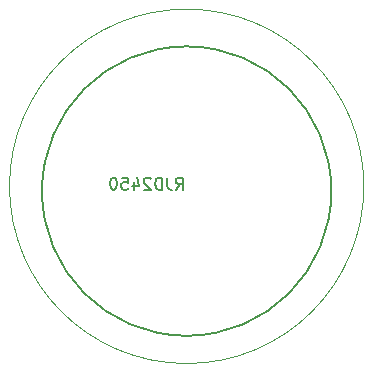
<source format=gbr>
%TF.GenerationSoftware,KiCad,Pcbnew,9.0.5*%
%TF.CreationDate,2025-10-31T14:43:10-07:00*%
%TF.ProjectId,digi_watch,64696769-5f77-4617-9463-682e6b696361,rev?*%
%TF.SameCoordinates,Original*%
%TF.FileFunction,Legend,Bot*%
%TF.FilePolarity,Positive*%
%FSLAX46Y46*%
G04 Gerber Fmt 4.6, Leading zero omitted, Abs format (unit mm)*
G04 Created by KiCad (PCBNEW 9.0.5) date 2025-10-31 14:43:10*
%MOMM*%
%LPD*%
G01*
G04 APERTURE LIST*
%ADD10C,0.100000*%
%ADD11C,0.153000*%
G04 APERTURE END LIST*
D10*
X143000333Y-96099667D02*
G75*
G02*
X112999667Y-96099667I-15000333J0D01*
G01*
X112999667Y-96099667D02*
G75*
G02*
X143000333Y-96099667I15000333J0D01*
G01*
D11*
X140250000Y-96500000D02*
G75*
G02*
X115750000Y-96500000I-12250000J0D01*
G01*
X115750000Y-96500000D02*
G75*
G02*
X140250000Y-96500000I12250000J0D01*
G01*
X127089819Y-96369663D02*
X127423152Y-95893472D01*
X127661247Y-96369663D02*
X127661247Y-95369663D01*
X127661247Y-95369663D02*
X127280295Y-95369663D01*
X127280295Y-95369663D02*
X127185057Y-95417282D01*
X127185057Y-95417282D02*
X127137438Y-95464901D01*
X127137438Y-95464901D02*
X127089819Y-95560139D01*
X127089819Y-95560139D02*
X127089819Y-95702996D01*
X127089819Y-95702996D02*
X127137438Y-95798234D01*
X127137438Y-95798234D02*
X127185057Y-95845853D01*
X127185057Y-95845853D02*
X127280295Y-95893472D01*
X127280295Y-95893472D02*
X127661247Y-95893472D01*
X126375533Y-95369663D02*
X126375533Y-96083948D01*
X126375533Y-96083948D02*
X126423152Y-96226805D01*
X126423152Y-96226805D02*
X126518390Y-96322044D01*
X126518390Y-96322044D02*
X126661247Y-96369663D01*
X126661247Y-96369663D02*
X126756485Y-96369663D01*
X125899342Y-96369663D02*
X125899342Y-95369663D01*
X125899342Y-95369663D02*
X125661247Y-95369663D01*
X125661247Y-95369663D02*
X125518390Y-95417282D01*
X125518390Y-95417282D02*
X125423152Y-95512520D01*
X125423152Y-95512520D02*
X125375533Y-95607758D01*
X125375533Y-95607758D02*
X125327914Y-95798234D01*
X125327914Y-95798234D02*
X125327914Y-95941091D01*
X125327914Y-95941091D02*
X125375533Y-96131567D01*
X125375533Y-96131567D02*
X125423152Y-96226805D01*
X125423152Y-96226805D02*
X125518390Y-96322044D01*
X125518390Y-96322044D02*
X125661247Y-96369663D01*
X125661247Y-96369663D02*
X125899342Y-96369663D01*
X124946961Y-95464901D02*
X124899342Y-95417282D01*
X124899342Y-95417282D02*
X124804104Y-95369663D01*
X124804104Y-95369663D02*
X124566009Y-95369663D01*
X124566009Y-95369663D02*
X124470771Y-95417282D01*
X124470771Y-95417282D02*
X124423152Y-95464901D01*
X124423152Y-95464901D02*
X124375533Y-95560139D01*
X124375533Y-95560139D02*
X124375533Y-95655377D01*
X124375533Y-95655377D02*
X124423152Y-95798234D01*
X124423152Y-95798234D02*
X124994580Y-96369663D01*
X124994580Y-96369663D02*
X124375533Y-96369663D01*
X123518390Y-95702996D02*
X123518390Y-96369663D01*
X123756485Y-95322044D02*
X123994580Y-96036329D01*
X123994580Y-96036329D02*
X123375533Y-96036329D01*
X122518390Y-95369663D02*
X122994580Y-95369663D01*
X122994580Y-95369663D02*
X123042199Y-95845853D01*
X123042199Y-95845853D02*
X122994580Y-95798234D01*
X122994580Y-95798234D02*
X122899342Y-95750615D01*
X122899342Y-95750615D02*
X122661247Y-95750615D01*
X122661247Y-95750615D02*
X122566009Y-95798234D01*
X122566009Y-95798234D02*
X122518390Y-95845853D01*
X122518390Y-95845853D02*
X122470771Y-95941091D01*
X122470771Y-95941091D02*
X122470771Y-96179186D01*
X122470771Y-96179186D02*
X122518390Y-96274424D01*
X122518390Y-96274424D02*
X122566009Y-96322044D01*
X122566009Y-96322044D02*
X122661247Y-96369663D01*
X122661247Y-96369663D02*
X122899342Y-96369663D01*
X122899342Y-96369663D02*
X122994580Y-96322044D01*
X122994580Y-96322044D02*
X123042199Y-96274424D01*
X121851723Y-95369663D02*
X121756485Y-95369663D01*
X121756485Y-95369663D02*
X121661247Y-95417282D01*
X121661247Y-95417282D02*
X121613628Y-95464901D01*
X121613628Y-95464901D02*
X121566009Y-95560139D01*
X121566009Y-95560139D02*
X121518390Y-95750615D01*
X121518390Y-95750615D02*
X121518390Y-95988710D01*
X121518390Y-95988710D02*
X121566009Y-96179186D01*
X121566009Y-96179186D02*
X121613628Y-96274424D01*
X121613628Y-96274424D02*
X121661247Y-96322044D01*
X121661247Y-96322044D02*
X121756485Y-96369663D01*
X121756485Y-96369663D02*
X121851723Y-96369663D01*
X121851723Y-96369663D02*
X121946961Y-96322044D01*
X121946961Y-96322044D02*
X121994580Y-96274424D01*
X121994580Y-96274424D02*
X122042199Y-96179186D01*
X122042199Y-96179186D02*
X122089818Y-95988710D01*
X122089818Y-95988710D02*
X122089818Y-95750615D01*
X122089818Y-95750615D02*
X122042199Y-95560139D01*
X122042199Y-95560139D02*
X121994580Y-95464901D01*
X121994580Y-95464901D02*
X121946961Y-95417282D01*
X121946961Y-95417282D02*
X121851723Y-95369663D01*
M02*

</source>
